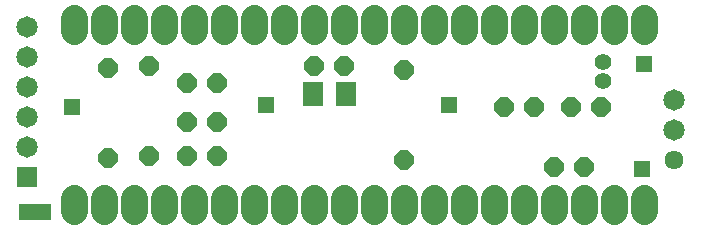
<source format=gbs>
G75*
%MOIN*%
%OFA0B0*%
%FSLAX25Y25*%
%IPPOS*%
%LPD*%
%AMOC8*
5,1,8,0,0,1.08239X$1,22.5*
%
%ADD10OC8,0.06400*%
%ADD11C,0.05562*%
%ADD12C,0.09068*%
%ADD13C,0.07137*%
%ADD14R,0.07137X0.07137*%
%ADD15C,0.06350*%
%ADD16R,0.07099X0.07887*%
%ADD17R,0.10800X0.05800*%
%ADD18R,0.05800X0.05800*%
D10*
X0090906Y0036556D03*
X0104656Y0037181D03*
X0117156Y0037181D03*
X0127156Y0037181D03*
X0127156Y0048431D03*
X0117156Y0048431D03*
X0117156Y0061556D03*
X0127156Y0061556D03*
X0104656Y0067181D03*
X0090906Y0066556D03*
X0159656Y0067181D03*
X0169656Y0067181D03*
X0189656Y0065931D03*
X0222781Y0053431D03*
X0232781Y0053431D03*
X0245281Y0053431D03*
X0255281Y0053431D03*
X0249656Y0033431D03*
X0239656Y0033431D03*
X0189656Y0035931D03*
D11*
X0255906Y0062181D03*
X0255906Y0068431D03*
D12*
X0259656Y0078864D02*
X0259656Y0082998D01*
X0249656Y0082998D02*
X0249656Y0078864D01*
X0239656Y0078864D02*
X0239656Y0082998D01*
X0229656Y0082998D02*
X0229656Y0078864D01*
X0219656Y0078864D02*
X0219656Y0082998D01*
X0209656Y0082998D02*
X0209656Y0078864D01*
X0199656Y0078864D02*
X0199656Y0082998D01*
X0189656Y0082998D02*
X0189656Y0078864D01*
X0179656Y0078864D02*
X0179656Y0082998D01*
X0169656Y0082998D02*
X0169656Y0078864D01*
X0159656Y0078864D02*
X0159656Y0082998D01*
X0149656Y0082998D02*
X0149656Y0078864D01*
X0139656Y0078864D02*
X0139656Y0082998D01*
X0129656Y0082998D02*
X0129656Y0078864D01*
X0119656Y0078864D02*
X0119656Y0082998D01*
X0109656Y0082998D02*
X0109656Y0078864D01*
X0099656Y0078864D02*
X0099656Y0082998D01*
X0089656Y0082998D02*
X0089656Y0078864D01*
X0079656Y0078864D02*
X0079656Y0082998D01*
X0079656Y0022998D02*
X0079656Y0018864D01*
X0089656Y0018864D02*
X0089656Y0022998D01*
X0099656Y0022998D02*
X0099656Y0018864D01*
X0109656Y0018864D02*
X0109656Y0022998D01*
X0119656Y0022998D02*
X0119656Y0018864D01*
X0129656Y0018864D02*
X0129656Y0022998D01*
X0139656Y0022998D02*
X0139656Y0018864D01*
X0149656Y0018864D02*
X0149656Y0022998D01*
X0159656Y0022998D02*
X0159656Y0018864D01*
X0169656Y0018864D02*
X0169656Y0022998D01*
X0179656Y0022998D02*
X0179656Y0018864D01*
X0189656Y0018864D02*
X0189656Y0022998D01*
X0199656Y0022998D02*
X0199656Y0018864D01*
X0209656Y0018864D02*
X0209656Y0022998D01*
X0219656Y0022998D02*
X0219656Y0018864D01*
X0229656Y0018864D02*
X0229656Y0022998D01*
X0239656Y0022998D02*
X0239656Y0018864D01*
X0249656Y0018864D02*
X0249656Y0022998D01*
X0259656Y0022998D02*
X0259656Y0018864D01*
X0269656Y0018864D02*
X0269656Y0022998D01*
X0269656Y0078864D02*
X0269656Y0082998D01*
D13*
X0279656Y0055931D03*
X0279656Y0045931D03*
X0064031Y0050306D03*
X0064031Y0060306D03*
X0064031Y0070306D03*
X0064031Y0080306D03*
X0064031Y0040306D03*
D14*
X0064031Y0030306D03*
D15*
X0279656Y0035931D03*
D16*
X0170168Y0057806D03*
X0159145Y0057806D03*
D17*
X0066531Y0018431D03*
D18*
X0079031Y0053431D03*
X0143406Y0054056D03*
X0204656Y0054056D03*
X0269031Y0032806D03*
X0269656Y0067806D03*
M02*

</source>
